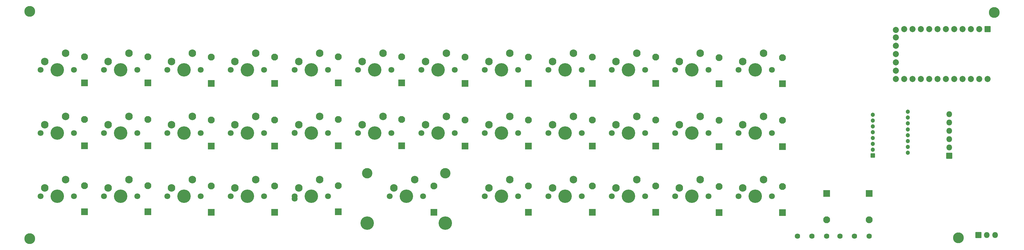
<source format=gbr>
G04 #@! TF.GenerationSoftware,KiCad,Pcbnew,(6.0.7)*
G04 #@! TF.CreationDate,2022-11-03T11:15:43-07:00*
G04 #@! TF.ProjectId,alpha29_pmw3360,616c7068-6132-4395-9f70-6d7733333630,rev?*
G04 #@! TF.SameCoordinates,Original*
G04 #@! TF.FileFunction,Soldermask,Top*
G04 #@! TF.FilePolarity,Negative*
%FSLAX46Y46*%
G04 Gerber Fmt 4.6, Leading zero omitted, Abs format (unit mm)*
G04 Created by KiCad (PCBNEW (6.0.7)) date 2022-11-03 11:15:43*
%MOMM*%
%LPD*%
G01*
G04 APERTURE LIST*
G04 Aperture macros list*
%AMRoundRect*
0 Rectangle with rounded corners*
0 $1 Rounding radius*
0 $2 $3 $4 $5 $6 $7 $8 $9 X,Y pos of 4 corners*
0 Add a 4 corners polygon primitive as box body*
4,1,4,$2,$3,$4,$5,$6,$7,$8,$9,$2,$3,0*
0 Add four circle primitives for the rounded corners*
1,1,$1+$1,$2,$3*
1,1,$1+$1,$4,$5*
1,1,$1+$1,$6,$7*
1,1,$1+$1,$8,$9*
0 Add four rect primitives between the rounded corners*
20,1,$1+$1,$2,$3,$4,$5,0*
20,1,$1+$1,$4,$5,$6,$7,0*
20,1,$1+$1,$6,$7,$8,$9,0*
20,1,$1+$1,$8,$9,$2,$3,0*%
G04 Aperture macros list end*
%ADD10RoundRect,0.051000X-1.000000X1.000000X-1.000000X-1.000000X1.000000X-1.000000X1.000000X1.000000X0*%
%ADD11C,2.102000*%
%ADD12C,1.802000*%
%ADD13C,4.102000*%
%ADD14C,2.302000*%
%ADD15C,1.626000*%
%ADD16C,3.302000*%
%ADD17C,3.152000*%
%ADD18RoundRect,0.051000X0.876300X0.876300X-0.876300X0.876300X-0.876300X-0.876300X0.876300X-0.876300X0*%
%ADD19C,1.854600*%
%ADD20RoundRect,0.051000X1.000000X-1.000000X1.000000X1.000000X-1.000000X1.000000X-1.000000X-1.000000X0*%
%ADD21O,1.802000X1.802000*%
%ADD22RoundRect,0.051000X-0.850000X-0.850000X0.850000X-0.850000X0.850000X0.850000X-0.850000X0.850000X0*%
%ADD23RoundRect,0.051000X0.850000X-0.850000X0.850000X0.850000X-0.850000X0.850000X-0.850000X-0.850000X0*%
%ADD24RoundRect,0.051000X-0.600000X-0.600000X0.600000X-0.600000X0.600000X0.600000X-0.600000X0.600000X0*%
%ADD25C,1.302000*%
G04 APERTURE END LIST*
D10*
X259270000Y-146228000D03*
D11*
X259270000Y-138228000D03*
D12*
X129857000Y-161532000D03*
X140017000Y-161532000D03*
D13*
X134937000Y-161532000D03*
D14*
X137477000Y-156452000D03*
X131127000Y-158992000D03*
D10*
X239966000Y-127051000D03*
D11*
X239966000Y-119051000D03*
D12*
X198056000Y-142228000D03*
X187896000Y-142228000D03*
D13*
X192976000Y-142228000D03*
D14*
X195516000Y-137148000D03*
X189166000Y-139688000D03*
D12*
X82105000Y-142228000D03*
D13*
X77025000Y-142228000D03*
D12*
X71945000Y-142228000D03*
D14*
X79565000Y-137148000D03*
X73215000Y-139688000D03*
D12*
X168592000Y-142228000D03*
X178752000Y-142228000D03*
D13*
X173672000Y-142228000D03*
D14*
X176212000Y-137148000D03*
X169862000Y-139688000D03*
D10*
X278574000Y-127178000D03*
D11*
X278574000Y-119178000D03*
D10*
X104584000Y-126924000D03*
D11*
X104584000Y-118924000D03*
D10*
X181927000Y-126924000D03*
D11*
X181927000Y-118924000D03*
D12*
X110553000Y-142228000D03*
X120713000Y-142228000D03*
D13*
X115633000Y-142228000D03*
D14*
X118173000Y-137148000D03*
X111823000Y-139688000D03*
D10*
X239966000Y-166421000D03*
D11*
X239966000Y-158421000D03*
D10*
X162623000Y-166294000D03*
D11*
X162623000Y-158294000D03*
D12*
X71945000Y-161532000D03*
X82105000Y-161532000D03*
D13*
X77025000Y-161532000D03*
D14*
X79565000Y-156452000D03*
X73215000Y-158992000D03*
D13*
X251015000Y-161532000D03*
D12*
X256095000Y-161532000D03*
X245935000Y-161532000D03*
D14*
X253555000Y-156452000D03*
X247205000Y-158992000D03*
D10*
X143192000Y-146228000D03*
D11*
X143192000Y-138228000D03*
D12*
X294703000Y-122924000D03*
D13*
X289623000Y-122924000D03*
D12*
X284543000Y-122924000D03*
D14*
X292163000Y-117844000D03*
X285813000Y-120384000D03*
D15*
X315404000Y-173724000D03*
X319849000Y-173724000D03*
X324294000Y-173724000D03*
D10*
X259270000Y-127051000D03*
D11*
X259270000Y-119051000D03*
D10*
X259270000Y-166421000D03*
D11*
X259270000Y-158421000D03*
D13*
X212280000Y-161532000D03*
D12*
X217360000Y-161532000D03*
X207200000Y-161532000D03*
D14*
X214820000Y-156452000D03*
X208470000Y-158992000D03*
D12*
X226631000Y-122924000D03*
X236791000Y-122924000D03*
D13*
X231711000Y-122924000D03*
D14*
X234251000Y-117844000D03*
X227901000Y-120384000D03*
D12*
X82105000Y-122924000D03*
X71945000Y-122924000D03*
D13*
X77025000Y-122924000D03*
D14*
X79565000Y-117844000D03*
X73215000Y-120384000D03*
D12*
X91249000Y-122924000D03*
X101409000Y-122924000D03*
D13*
X96329000Y-122924000D03*
D14*
X98869000Y-117844000D03*
X92519000Y-120384000D03*
D16*
X68643000Y-105017000D03*
D10*
X220535000Y-166421000D03*
D11*
X220535000Y-158421000D03*
D13*
X192976000Y-122924000D03*
D12*
X187896000Y-122924000D03*
X198056000Y-122924000D03*
D14*
X195516000Y-117844000D03*
X189166000Y-120384000D03*
D12*
X226631000Y-161532000D03*
D13*
X231711000Y-161532000D03*
D12*
X236791000Y-161532000D03*
D14*
X234251000Y-156452000D03*
X227901000Y-158992000D03*
D10*
X143192000Y-127051000D03*
D11*
X143192000Y-119051000D03*
D13*
X115633000Y-161532000D03*
D12*
X110553000Y-161532000D03*
X120713000Y-161532000D03*
D14*
X118173000Y-156452000D03*
X111823000Y-158992000D03*
D10*
X201231000Y-146228000D03*
D11*
X201231000Y-138228000D03*
D10*
X201231000Y-127051000D03*
D11*
X201231000Y-119051000D03*
D13*
X231711000Y-142228000D03*
D12*
X226631000Y-142228000D03*
X236791000Y-142228000D03*
D14*
X234251000Y-137148000D03*
X227901000Y-139688000D03*
D10*
X85280000Y-146101000D03*
D11*
X85280000Y-138101000D03*
D10*
X104584000Y-146101000D03*
D11*
X104584000Y-138101000D03*
D10*
X123888000Y-146228000D03*
D11*
X123888000Y-138228000D03*
D10*
X181927000Y-146101000D03*
D11*
X181927000Y-138101000D03*
D13*
X195224000Y-169772000D03*
D17*
X195224000Y-154532000D03*
D13*
X171424000Y-169772000D03*
D17*
X171424000Y-154532000D03*
D13*
X183324000Y-161532000D03*
D12*
X178244000Y-161532000D03*
X188404000Y-161532000D03*
D14*
X185864000Y-156452000D03*
X179514000Y-158992000D03*
D16*
X362394000Y-105398000D03*
D12*
X217360000Y-142228000D03*
D13*
X212280000Y-142228000D03*
D12*
X207200000Y-142228000D03*
D14*
X214820000Y-137148000D03*
X208470000Y-139688000D03*
D16*
X351472000Y-174232000D03*
D10*
X220535000Y-146228000D03*
D11*
X220535000Y-138228000D03*
D18*
X360362000Y-110478000D03*
D19*
X357822000Y-110478000D03*
X355282000Y-110478000D03*
X352742000Y-110478000D03*
X350202000Y-110478000D03*
X347662000Y-110478000D03*
X345122000Y-110478000D03*
X342582000Y-110478000D03*
X340042000Y-110478000D03*
X337502000Y-110478000D03*
X334962000Y-110478000D03*
X332422000Y-110706600D03*
X332422000Y-125718000D03*
X334962000Y-125718000D03*
X337502000Y-125718000D03*
X340042000Y-125718000D03*
X342582000Y-125718000D03*
X345122000Y-125718000D03*
X347662000Y-125718000D03*
X350202000Y-125718000D03*
X352742000Y-125718000D03*
X355282000Y-125718000D03*
X357822000Y-125718000D03*
X360362000Y-125718000D03*
X332422000Y-113018000D03*
X332422000Y-115558000D03*
X332422000Y-118098000D03*
X332422000Y-120638000D03*
X332422000Y-123178000D03*
D10*
X278574000Y-166548000D03*
D11*
X278574000Y-158548000D03*
D15*
X302450000Y-173724000D03*
X306895000Y-173724000D03*
X311340000Y-173724000D03*
D10*
X162623000Y-126924000D03*
D11*
X162623000Y-118924000D03*
D12*
X284543000Y-161532000D03*
X294703000Y-161532000D03*
D13*
X289623000Y-161532000D03*
D14*
X292163000Y-156452000D03*
X285813000Y-158992000D03*
D10*
X297878000Y-166548000D03*
D11*
X297878000Y-158548000D03*
D13*
X154368000Y-122924000D03*
D12*
X159448000Y-122924000D03*
X149288000Y-122924000D03*
D14*
X156908000Y-117844000D03*
X150558000Y-120384000D03*
D10*
X278574000Y-146355000D03*
D11*
X278574000Y-138355000D03*
D20*
X311340000Y-160707000D03*
D11*
X311340000Y-168707000D03*
D10*
X123888000Y-127051000D03*
D11*
X123888000Y-119051000D03*
D10*
X297878000Y-127178000D03*
D11*
X297878000Y-119178000D03*
D13*
X212280000Y-122924000D03*
D12*
X207200000Y-122924000D03*
X217360000Y-122924000D03*
D14*
X214820000Y-117844000D03*
X208470000Y-120384000D03*
D13*
X96329000Y-161532000D03*
D12*
X91249000Y-161532000D03*
X101409000Y-161532000D03*
D14*
X98869000Y-156452000D03*
X92519000Y-158992000D03*
D12*
X129857000Y-122924000D03*
D13*
X134937000Y-122924000D03*
D12*
X140017000Y-122924000D03*
D14*
X137477000Y-117844000D03*
X131127000Y-120384000D03*
D10*
X162623000Y-146101000D03*
D11*
X162623000Y-138101000D03*
D10*
X191706000Y-166421000D03*
D11*
X191706000Y-158421000D03*
D10*
X220535000Y-127051000D03*
D11*
X220535000Y-119051000D03*
D21*
X348685000Y-136477000D03*
X348685000Y-139017000D03*
X348685000Y-141557000D03*
X348685000Y-144097000D03*
X348685000Y-146637000D03*
D22*
X348685000Y-149177000D03*
D12*
X275399000Y-161532000D03*
X265239000Y-161532000D03*
D13*
X270319000Y-161532000D03*
D14*
X272859000Y-156452000D03*
X266509000Y-158992000D03*
D12*
X149288000Y-162294000D03*
X256095000Y-122924000D03*
X245935000Y-122924000D03*
D13*
X251015000Y-122924000D03*
D14*
X253555000Y-117844000D03*
X247205000Y-120384000D03*
D20*
X324294000Y-160707000D03*
D11*
X324294000Y-168707000D03*
D12*
X91249000Y-142228000D03*
X101409000Y-142228000D03*
D13*
X96329000Y-142228000D03*
D14*
X98869000Y-137148000D03*
X92519000Y-139688000D03*
D16*
X68643000Y-174486000D03*
D10*
X123888000Y-166421000D03*
D11*
X123888000Y-158421000D03*
D10*
X85280000Y-166294000D03*
D11*
X85280000Y-158294000D03*
D10*
X297878000Y-146355000D03*
D11*
X297878000Y-138355000D03*
D12*
X159448000Y-161532000D03*
X149288000Y-161532000D03*
D13*
X154368000Y-161532000D03*
D14*
X156908000Y-156452000D03*
X150558000Y-158992000D03*
D12*
X120713000Y-122924000D03*
X110553000Y-122924000D03*
D13*
X115633000Y-122924000D03*
D14*
X118173000Y-117844000D03*
X111823000Y-120384000D03*
D10*
X143192000Y-166421000D03*
D11*
X143192000Y-158421000D03*
D12*
X275399000Y-142228000D03*
X265239000Y-142228000D03*
D13*
X270319000Y-142228000D03*
D14*
X272859000Y-137148000D03*
X266509000Y-139688000D03*
D10*
X104584000Y-166294000D03*
D11*
X104584000Y-158294000D03*
D10*
X85280000Y-126924000D03*
D11*
X85280000Y-118924000D03*
D12*
X245935000Y-142228000D03*
X256095000Y-142228000D03*
D13*
X251015000Y-142228000D03*
D14*
X253555000Y-137148000D03*
X247205000Y-139688000D03*
D12*
X149288000Y-142101000D03*
D10*
X239966000Y-146228000D03*
D11*
X239966000Y-138228000D03*
D12*
X149288000Y-142228000D03*
X159448000Y-142228000D03*
D13*
X154368000Y-142228000D03*
D14*
X156908000Y-137148000D03*
X150558000Y-139688000D03*
D12*
X168592000Y-122924000D03*
D13*
X173672000Y-122924000D03*
D12*
X178752000Y-122924000D03*
D14*
X176212000Y-117844000D03*
X169862000Y-120384000D03*
D12*
X129857000Y-142228000D03*
D13*
X134937000Y-142228000D03*
D12*
X140017000Y-142228000D03*
D14*
X137477000Y-137148000D03*
X131127000Y-139688000D03*
D23*
X357583000Y-173343000D03*
D21*
X360123000Y-173343000D03*
X362663000Y-173343000D03*
D13*
X289623000Y-142228000D03*
D12*
X284543000Y-142228000D03*
X294703000Y-142228000D03*
D14*
X292163000Y-137148000D03*
X285813000Y-139688000D03*
D13*
X270319000Y-122924000D03*
D12*
X275399000Y-122924000D03*
X265239000Y-122924000D03*
D14*
X272859000Y-117844000D03*
X266509000Y-120384000D03*
D24*
X325421000Y-149095000D03*
D25*
X325421000Y-147315000D03*
X325421000Y-145535000D03*
X325421000Y-143755000D03*
X325421000Y-141975000D03*
X325421000Y-140195000D03*
X325421000Y-138415000D03*
X325421000Y-136635000D03*
X336121000Y-135745000D03*
X336121000Y-137525000D03*
X336121000Y-139305000D03*
X336121000Y-141085000D03*
X336121000Y-142865000D03*
X336121000Y-144645000D03*
X336121000Y-146425000D03*
X336121000Y-148205000D03*
M02*

</source>
